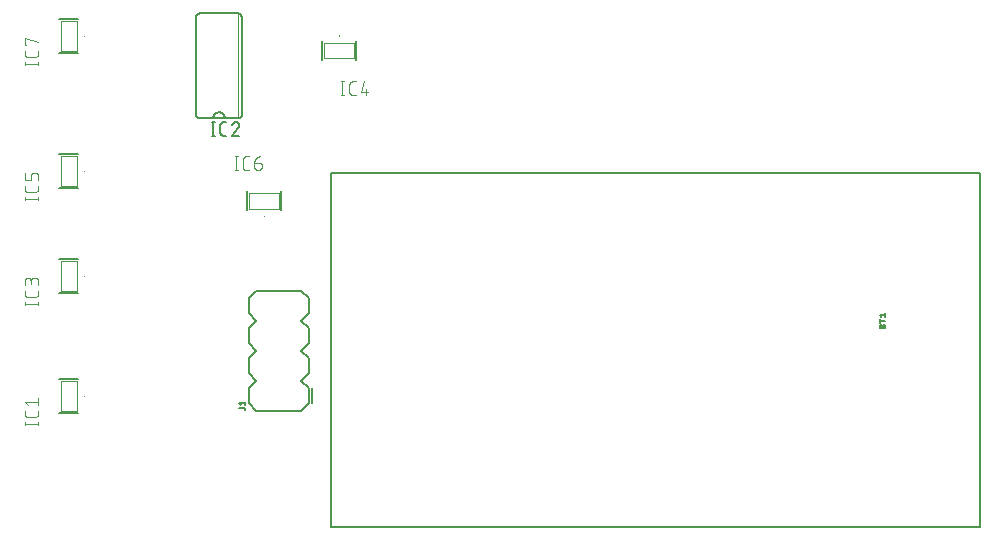
<source format=gbr>
G04 EAGLE Gerber RS-274X export*
G75*
%MOMM*%
%FSLAX34Y34*%
%LPD*%
%INSilkscreen Top*%
%IPPOS*%
%AMOC8*
5,1,8,0,0,1.08239X$1,22.5*%
G01*
%ADD10C,0.010000*%
%ADD11C,0.127000*%
%ADD12C,0.075000*%
%ADD13C,0.101600*%
%ADD14C,0.152400*%
%ADD15C,0.050800*%
%ADD16C,0.203200*%


D10*
X76400Y457200D02*
X76500Y457200D01*
D11*
X71500Y471400D02*
X55500Y471400D01*
X55500Y443000D02*
X71500Y443000D01*
D12*
X57000Y444500D02*
X57000Y470000D01*
X70100Y470000D01*
X70100Y444500D01*
X57000Y444500D01*
D13*
X37592Y433606D02*
X25908Y433606D01*
X37592Y432308D02*
X37592Y434904D01*
X25908Y434904D02*
X25908Y432308D01*
X37592Y442068D02*
X37592Y444664D01*
X37592Y442068D02*
X37590Y441969D01*
X37584Y441869D01*
X37575Y441770D01*
X37562Y441672D01*
X37545Y441574D01*
X37524Y441476D01*
X37499Y441380D01*
X37471Y441285D01*
X37439Y441191D01*
X37404Y441098D01*
X37365Y441006D01*
X37322Y440916D01*
X37277Y440828D01*
X37227Y440741D01*
X37175Y440657D01*
X37119Y440574D01*
X37061Y440494D01*
X36999Y440416D01*
X36934Y440341D01*
X36866Y440268D01*
X36796Y440198D01*
X36723Y440130D01*
X36648Y440065D01*
X36570Y440003D01*
X36490Y439945D01*
X36407Y439889D01*
X36323Y439837D01*
X36236Y439787D01*
X36148Y439742D01*
X36058Y439699D01*
X35966Y439660D01*
X35873Y439625D01*
X35779Y439593D01*
X35684Y439565D01*
X35588Y439540D01*
X35490Y439519D01*
X35392Y439502D01*
X35294Y439489D01*
X35195Y439480D01*
X35095Y439474D01*
X34996Y439472D01*
X34996Y439471D02*
X28504Y439471D01*
X28405Y439473D01*
X28305Y439479D01*
X28206Y439488D01*
X28108Y439501D01*
X28010Y439519D01*
X27912Y439539D01*
X27816Y439564D01*
X27720Y439592D01*
X27626Y439624D01*
X27533Y439659D01*
X27442Y439698D01*
X27352Y439741D01*
X27263Y439786D01*
X27177Y439836D01*
X27092Y439888D01*
X27010Y439944D01*
X26930Y440003D01*
X26852Y440064D01*
X26776Y440129D01*
X26703Y440197D01*
X26633Y440267D01*
X26565Y440340D01*
X26500Y440416D01*
X26439Y440494D01*
X26380Y440574D01*
X26324Y440656D01*
X26272Y440741D01*
X26223Y440827D01*
X26177Y440916D01*
X26134Y441006D01*
X26095Y441097D01*
X26060Y441190D01*
X26028Y441284D01*
X26000Y441380D01*
X25975Y441476D01*
X25955Y441574D01*
X25937Y441672D01*
X25924Y441770D01*
X25915Y441869D01*
X25909Y441968D01*
X25907Y442068D01*
X25908Y442068D02*
X25908Y444664D01*
X28504Y449030D02*
X25908Y452275D01*
X37592Y452275D01*
X37592Y449030D02*
X37592Y455521D01*
D14*
X170942Y695960D02*
X170942Y777240D01*
X206248Y781050D02*
X206370Y781048D01*
X206492Y781042D01*
X206614Y781032D01*
X206735Y781019D01*
X206856Y781001D01*
X206976Y780980D01*
X207096Y780954D01*
X207214Y780925D01*
X207332Y780893D01*
X207449Y780856D01*
X207564Y780816D01*
X207678Y780772D01*
X207790Y780724D01*
X207901Y780673D01*
X208010Y780618D01*
X208118Y780560D01*
X208223Y780498D01*
X208326Y780433D01*
X208428Y780365D01*
X208527Y780293D01*
X208623Y780219D01*
X208718Y780141D01*
X208809Y780060D01*
X208899Y779977D01*
X208985Y779891D01*
X209068Y779801D01*
X209149Y779710D01*
X209227Y779615D01*
X209301Y779519D01*
X209373Y779420D01*
X209441Y779318D01*
X209506Y779215D01*
X209568Y779110D01*
X209626Y779002D01*
X209681Y778893D01*
X209732Y778782D01*
X209780Y778670D01*
X209824Y778556D01*
X209864Y778441D01*
X209901Y778324D01*
X209933Y778206D01*
X209962Y778088D01*
X209988Y777968D01*
X210009Y777848D01*
X210027Y777727D01*
X210040Y777606D01*
X210050Y777484D01*
X210056Y777362D01*
X210058Y777240D01*
X170942Y695960D02*
X170944Y695838D01*
X170950Y695716D01*
X170960Y695594D01*
X170973Y695473D01*
X170991Y695352D01*
X171012Y695232D01*
X171038Y695112D01*
X171067Y694994D01*
X171099Y694876D01*
X171136Y694759D01*
X171176Y694644D01*
X171220Y694530D01*
X171268Y694418D01*
X171319Y694307D01*
X171374Y694198D01*
X171432Y694090D01*
X171494Y693985D01*
X171559Y693882D01*
X171627Y693780D01*
X171699Y693681D01*
X171773Y693585D01*
X171851Y693490D01*
X171932Y693399D01*
X172015Y693309D01*
X172101Y693223D01*
X172191Y693140D01*
X172282Y693059D01*
X172377Y692981D01*
X172473Y692907D01*
X172572Y692835D01*
X172674Y692767D01*
X172777Y692702D01*
X172882Y692640D01*
X172990Y692582D01*
X173099Y692527D01*
X173210Y692476D01*
X173322Y692428D01*
X173436Y692384D01*
X173551Y692344D01*
X173668Y692307D01*
X173786Y692275D01*
X173904Y692246D01*
X174024Y692220D01*
X174144Y692199D01*
X174265Y692181D01*
X174386Y692168D01*
X174508Y692158D01*
X174630Y692152D01*
X174752Y692150D01*
X170942Y777240D02*
X170944Y777362D01*
X170950Y777484D01*
X170960Y777606D01*
X170973Y777727D01*
X170991Y777848D01*
X171012Y777968D01*
X171038Y778088D01*
X171067Y778206D01*
X171099Y778324D01*
X171136Y778441D01*
X171176Y778556D01*
X171220Y778670D01*
X171268Y778782D01*
X171319Y778893D01*
X171374Y779002D01*
X171432Y779110D01*
X171494Y779215D01*
X171559Y779318D01*
X171627Y779420D01*
X171699Y779519D01*
X171773Y779615D01*
X171851Y779710D01*
X171932Y779801D01*
X172015Y779891D01*
X172101Y779977D01*
X172191Y780060D01*
X172282Y780141D01*
X172377Y780219D01*
X172473Y780293D01*
X172572Y780365D01*
X172674Y780433D01*
X172777Y780498D01*
X172882Y780560D01*
X172990Y780618D01*
X173099Y780673D01*
X173210Y780724D01*
X173322Y780772D01*
X173436Y780816D01*
X173551Y780856D01*
X173668Y780893D01*
X173786Y780925D01*
X173904Y780954D01*
X174024Y780980D01*
X174144Y781001D01*
X174265Y781019D01*
X174386Y781032D01*
X174508Y781042D01*
X174630Y781048D01*
X174752Y781050D01*
X210058Y695960D02*
X210056Y695838D01*
X210050Y695716D01*
X210040Y695594D01*
X210027Y695473D01*
X210009Y695352D01*
X209988Y695232D01*
X209962Y695112D01*
X209933Y694994D01*
X209901Y694876D01*
X209864Y694759D01*
X209824Y694644D01*
X209780Y694530D01*
X209732Y694418D01*
X209681Y694307D01*
X209626Y694198D01*
X209568Y694090D01*
X209506Y693985D01*
X209441Y693882D01*
X209373Y693780D01*
X209301Y693681D01*
X209227Y693585D01*
X209149Y693490D01*
X209068Y693399D01*
X208985Y693309D01*
X208899Y693223D01*
X208809Y693140D01*
X208718Y693059D01*
X208623Y692981D01*
X208527Y692907D01*
X208428Y692835D01*
X208326Y692767D01*
X208223Y692702D01*
X208118Y692640D01*
X208010Y692582D01*
X207901Y692527D01*
X207790Y692476D01*
X207678Y692428D01*
X207564Y692384D01*
X207449Y692344D01*
X207332Y692307D01*
X207214Y692275D01*
X207096Y692246D01*
X206976Y692220D01*
X206856Y692199D01*
X206735Y692181D01*
X206614Y692168D01*
X206492Y692158D01*
X206370Y692152D01*
X206248Y692150D01*
X210058Y695960D02*
X210058Y777240D01*
X206248Y781050D02*
X174752Y781050D01*
X174752Y692150D02*
X185420Y692150D01*
X195580Y692150D01*
X206248Y692150D01*
X195580Y692150D02*
X195578Y692291D01*
X195572Y692432D01*
X195562Y692573D01*
X195549Y692714D01*
X195531Y692854D01*
X195509Y692993D01*
X195484Y693132D01*
X195455Y693271D01*
X195422Y693408D01*
X195385Y693544D01*
X195344Y693679D01*
X195300Y693814D01*
X195252Y693946D01*
X195200Y694078D01*
X195145Y694208D01*
X195086Y694336D01*
X195023Y694463D01*
X194957Y694587D01*
X194888Y694710D01*
X194815Y694831D01*
X194739Y694950D01*
X194659Y695067D01*
X194576Y695181D01*
X194491Y695294D01*
X194402Y695403D01*
X194310Y695511D01*
X194215Y695615D01*
X194117Y695717D01*
X194016Y695816D01*
X193913Y695913D01*
X193807Y696006D01*
X193699Y696096D01*
X193588Y696184D01*
X193475Y696268D01*
X193359Y696349D01*
X193241Y696427D01*
X193121Y696502D01*
X192999Y696573D01*
X192875Y696641D01*
X192749Y696705D01*
X192622Y696766D01*
X192493Y696823D01*
X192362Y696876D01*
X192230Y696926D01*
X192097Y696973D01*
X191962Y697015D01*
X191826Y697054D01*
X191689Y697089D01*
X191552Y697120D01*
X191413Y697147D01*
X191274Y697171D01*
X191134Y697190D01*
X190994Y697206D01*
X190853Y697218D01*
X190712Y697226D01*
X190571Y697230D01*
X190429Y697230D01*
X190288Y697226D01*
X190147Y697218D01*
X190006Y697206D01*
X189866Y697190D01*
X189726Y697171D01*
X189587Y697147D01*
X189448Y697120D01*
X189311Y697089D01*
X189174Y697054D01*
X189038Y697015D01*
X188903Y696973D01*
X188770Y696926D01*
X188638Y696876D01*
X188507Y696823D01*
X188378Y696766D01*
X188251Y696705D01*
X188125Y696641D01*
X188001Y696573D01*
X187879Y696502D01*
X187759Y696427D01*
X187641Y696349D01*
X187525Y696268D01*
X187412Y696184D01*
X187301Y696096D01*
X187193Y696006D01*
X187087Y695913D01*
X186984Y695816D01*
X186883Y695717D01*
X186785Y695615D01*
X186690Y695511D01*
X186598Y695403D01*
X186509Y695294D01*
X186424Y695181D01*
X186341Y695067D01*
X186261Y694950D01*
X186185Y694831D01*
X186112Y694710D01*
X186043Y694587D01*
X185977Y694463D01*
X185914Y694336D01*
X185855Y694208D01*
X185800Y694078D01*
X185748Y693946D01*
X185700Y693814D01*
X185656Y693679D01*
X185615Y693544D01*
X185578Y693408D01*
X185545Y693271D01*
X185516Y693132D01*
X185491Y692993D01*
X185469Y692854D01*
X185451Y692714D01*
X185438Y692573D01*
X185428Y692432D01*
X185422Y692291D01*
X185420Y692150D01*
D15*
X206502Y692150D02*
X206502Y781050D01*
D11*
X185801Y688975D02*
X185801Y677545D01*
X184531Y677545D02*
X187071Y677545D01*
X187071Y688975D02*
X184531Y688975D01*
X194273Y677545D02*
X196813Y677545D01*
X194273Y677545D02*
X194173Y677547D01*
X194074Y677553D01*
X193974Y677563D01*
X193876Y677576D01*
X193777Y677594D01*
X193680Y677615D01*
X193584Y677640D01*
X193488Y677669D01*
X193394Y677702D01*
X193301Y677738D01*
X193210Y677778D01*
X193120Y677822D01*
X193032Y677869D01*
X192946Y677919D01*
X192862Y677973D01*
X192780Y678030D01*
X192701Y678090D01*
X192623Y678154D01*
X192549Y678220D01*
X192477Y678289D01*
X192408Y678361D01*
X192342Y678435D01*
X192278Y678513D01*
X192218Y678592D01*
X192161Y678674D01*
X192107Y678758D01*
X192057Y678844D01*
X192010Y678932D01*
X191966Y679022D01*
X191926Y679113D01*
X191890Y679206D01*
X191857Y679300D01*
X191828Y679396D01*
X191803Y679492D01*
X191782Y679589D01*
X191764Y679688D01*
X191751Y679786D01*
X191741Y679886D01*
X191735Y679985D01*
X191733Y680085D01*
X191733Y686435D01*
X191735Y686535D01*
X191741Y686634D01*
X191751Y686734D01*
X191764Y686832D01*
X191782Y686931D01*
X191803Y687028D01*
X191828Y687124D01*
X191857Y687220D01*
X191890Y687314D01*
X191926Y687407D01*
X191966Y687498D01*
X192010Y687588D01*
X192057Y687676D01*
X192107Y687762D01*
X192161Y687846D01*
X192218Y687928D01*
X192278Y688007D01*
X192342Y688085D01*
X192408Y688159D01*
X192477Y688231D01*
X192549Y688300D01*
X192623Y688366D01*
X192701Y688430D01*
X192780Y688490D01*
X192862Y688547D01*
X192946Y688601D01*
X193032Y688651D01*
X193120Y688698D01*
X193210Y688742D01*
X193301Y688782D01*
X193394Y688818D01*
X193488Y688851D01*
X193584Y688880D01*
X193680Y688905D01*
X193777Y688926D01*
X193876Y688944D01*
X193974Y688957D01*
X194074Y688967D01*
X194173Y688973D01*
X194273Y688975D01*
X196813Y688975D01*
X204788Y688976D02*
X204892Y688974D01*
X204997Y688968D01*
X205101Y688959D01*
X205204Y688946D01*
X205307Y688928D01*
X205409Y688908D01*
X205511Y688883D01*
X205611Y688855D01*
X205711Y688823D01*
X205809Y688787D01*
X205906Y688748D01*
X206001Y688706D01*
X206095Y688660D01*
X206187Y688610D01*
X206277Y688558D01*
X206365Y688502D01*
X206451Y688442D01*
X206535Y688380D01*
X206616Y688315D01*
X206695Y688247D01*
X206772Y688175D01*
X206845Y688102D01*
X206917Y688025D01*
X206985Y687946D01*
X207050Y687865D01*
X207112Y687781D01*
X207172Y687695D01*
X207228Y687607D01*
X207280Y687517D01*
X207330Y687425D01*
X207376Y687331D01*
X207418Y687236D01*
X207457Y687139D01*
X207493Y687041D01*
X207525Y686941D01*
X207553Y686841D01*
X207578Y686739D01*
X207598Y686637D01*
X207616Y686534D01*
X207629Y686431D01*
X207638Y686327D01*
X207644Y686222D01*
X207646Y686118D01*
X204788Y688975D02*
X204670Y688973D01*
X204551Y688967D01*
X204433Y688958D01*
X204316Y688945D01*
X204199Y688927D01*
X204082Y688907D01*
X203966Y688882D01*
X203851Y688854D01*
X203738Y688821D01*
X203625Y688786D01*
X203513Y688746D01*
X203403Y688704D01*
X203294Y688657D01*
X203186Y688607D01*
X203081Y688554D01*
X202977Y688497D01*
X202875Y688437D01*
X202775Y688374D01*
X202677Y688307D01*
X202581Y688238D01*
X202488Y688165D01*
X202397Y688089D01*
X202308Y688011D01*
X202222Y687929D01*
X202139Y687845D01*
X202058Y687759D01*
X201981Y687669D01*
X201906Y687578D01*
X201834Y687484D01*
X201765Y687387D01*
X201700Y687289D01*
X201637Y687188D01*
X201578Y687085D01*
X201522Y686981D01*
X201470Y686875D01*
X201421Y686767D01*
X201376Y686658D01*
X201334Y686547D01*
X201296Y686435D01*
X206693Y683896D02*
X206769Y683971D01*
X206844Y684050D01*
X206915Y684131D01*
X206984Y684215D01*
X207049Y684301D01*
X207111Y684389D01*
X207171Y684479D01*
X207227Y684571D01*
X207280Y684666D01*
X207329Y684762D01*
X207375Y684860D01*
X207418Y684959D01*
X207457Y685060D01*
X207492Y685162D01*
X207524Y685265D01*
X207552Y685369D01*
X207577Y685474D01*
X207598Y685581D01*
X207615Y685687D01*
X207628Y685794D01*
X207637Y685902D01*
X207643Y686010D01*
X207645Y686118D01*
X206693Y683895D02*
X201295Y677545D01*
X207645Y677545D01*
D10*
X76500Y558800D02*
X76400Y558800D01*
D11*
X71500Y573000D02*
X55500Y573000D01*
X55500Y544600D02*
X71500Y544600D01*
D12*
X57000Y546100D02*
X57000Y571600D01*
X70100Y571600D01*
X70100Y546100D01*
X57000Y546100D01*
D13*
X37592Y535206D02*
X25908Y535206D01*
X37592Y533908D02*
X37592Y536504D01*
X25908Y536504D02*
X25908Y533908D01*
X37592Y543668D02*
X37592Y546264D01*
X37592Y543668D02*
X37590Y543569D01*
X37584Y543469D01*
X37575Y543370D01*
X37562Y543272D01*
X37545Y543174D01*
X37524Y543076D01*
X37499Y542980D01*
X37471Y542885D01*
X37439Y542791D01*
X37404Y542698D01*
X37365Y542606D01*
X37322Y542516D01*
X37277Y542428D01*
X37227Y542341D01*
X37175Y542257D01*
X37119Y542174D01*
X37061Y542094D01*
X36999Y542016D01*
X36934Y541941D01*
X36866Y541868D01*
X36796Y541798D01*
X36723Y541730D01*
X36648Y541665D01*
X36570Y541603D01*
X36490Y541545D01*
X36407Y541489D01*
X36323Y541437D01*
X36236Y541387D01*
X36148Y541342D01*
X36058Y541299D01*
X35966Y541260D01*
X35873Y541225D01*
X35779Y541193D01*
X35684Y541165D01*
X35588Y541140D01*
X35490Y541119D01*
X35392Y541102D01*
X35294Y541089D01*
X35195Y541080D01*
X35095Y541074D01*
X34996Y541072D01*
X34996Y541071D02*
X28504Y541071D01*
X28405Y541073D01*
X28305Y541079D01*
X28206Y541088D01*
X28108Y541101D01*
X28010Y541119D01*
X27912Y541139D01*
X27816Y541164D01*
X27720Y541192D01*
X27626Y541224D01*
X27533Y541259D01*
X27442Y541298D01*
X27352Y541341D01*
X27263Y541386D01*
X27177Y541436D01*
X27092Y541488D01*
X27010Y541544D01*
X26930Y541603D01*
X26852Y541664D01*
X26776Y541729D01*
X26703Y541797D01*
X26633Y541867D01*
X26565Y541940D01*
X26500Y542016D01*
X26439Y542094D01*
X26380Y542174D01*
X26324Y542256D01*
X26272Y542341D01*
X26223Y542427D01*
X26177Y542516D01*
X26134Y542606D01*
X26095Y542697D01*
X26060Y542790D01*
X26028Y542884D01*
X26000Y542980D01*
X25975Y543076D01*
X25955Y543174D01*
X25937Y543272D01*
X25924Y543370D01*
X25915Y543469D01*
X25909Y543568D01*
X25907Y543668D01*
X25908Y543668D02*
X25908Y546264D01*
X37592Y550630D02*
X37592Y553875D01*
X37590Y553988D01*
X37584Y554101D01*
X37574Y554214D01*
X37560Y554327D01*
X37543Y554439D01*
X37521Y554550D01*
X37496Y554660D01*
X37466Y554770D01*
X37433Y554878D01*
X37396Y554985D01*
X37356Y555091D01*
X37311Y555195D01*
X37263Y555298D01*
X37212Y555399D01*
X37157Y555498D01*
X37099Y555595D01*
X37037Y555690D01*
X36972Y555783D01*
X36904Y555873D01*
X36833Y555961D01*
X36758Y556047D01*
X36681Y556130D01*
X36601Y556210D01*
X36518Y556287D01*
X36432Y556362D01*
X36344Y556433D01*
X36254Y556501D01*
X36161Y556566D01*
X36066Y556628D01*
X35969Y556686D01*
X35870Y556741D01*
X35769Y556792D01*
X35666Y556840D01*
X35562Y556885D01*
X35456Y556925D01*
X35349Y556962D01*
X35241Y556995D01*
X35131Y557025D01*
X35021Y557050D01*
X34910Y557072D01*
X34798Y557089D01*
X34685Y557103D01*
X34572Y557113D01*
X34459Y557119D01*
X34346Y557121D01*
X34233Y557119D01*
X34120Y557113D01*
X34007Y557103D01*
X33894Y557089D01*
X33782Y557072D01*
X33671Y557050D01*
X33561Y557025D01*
X33451Y556995D01*
X33343Y556962D01*
X33236Y556925D01*
X33130Y556885D01*
X33026Y556840D01*
X32923Y556792D01*
X32822Y556741D01*
X32723Y556686D01*
X32626Y556628D01*
X32531Y556566D01*
X32438Y556501D01*
X32348Y556433D01*
X32260Y556362D01*
X32174Y556287D01*
X32091Y556210D01*
X32011Y556130D01*
X31934Y556047D01*
X31859Y555961D01*
X31788Y555873D01*
X31720Y555783D01*
X31655Y555690D01*
X31593Y555595D01*
X31535Y555498D01*
X31480Y555399D01*
X31429Y555298D01*
X31381Y555195D01*
X31336Y555091D01*
X31296Y554985D01*
X31259Y554878D01*
X31226Y554770D01*
X31196Y554660D01*
X31171Y554550D01*
X31149Y554439D01*
X31132Y554327D01*
X31118Y554214D01*
X31108Y554101D01*
X31102Y553988D01*
X31100Y553875D01*
X25908Y554524D02*
X25908Y550630D01*
X25908Y554524D02*
X25910Y554625D01*
X25916Y554725D01*
X25926Y554825D01*
X25939Y554925D01*
X25957Y555024D01*
X25978Y555123D01*
X26003Y555220D01*
X26032Y555317D01*
X26065Y555412D01*
X26101Y555506D01*
X26141Y555598D01*
X26184Y555689D01*
X26231Y555778D01*
X26281Y555865D01*
X26335Y555951D01*
X26392Y556034D01*
X26452Y556114D01*
X26515Y556193D01*
X26582Y556269D01*
X26651Y556342D01*
X26723Y556412D01*
X26797Y556480D01*
X26874Y556545D01*
X26954Y556606D01*
X27036Y556665D01*
X27120Y556720D01*
X27206Y556772D01*
X27294Y556821D01*
X27384Y556866D01*
X27476Y556908D01*
X27569Y556946D01*
X27664Y556980D01*
X27759Y557011D01*
X27856Y557038D01*
X27954Y557061D01*
X28053Y557081D01*
X28153Y557096D01*
X28253Y557108D01*
X28353Y557116D01*
X28454Y557120D01*
X28554Y557120D01*
X28655Y557116D01*
X28755Y557108D01*
X28855Y557096D01*
X28955Y557081D01*
X29054Y557061D01*
X29152Y557038D01*
X29249Y557011D01*
X29344Y556980D01*
X29439Y556946D01*
X29532Y556908D01*
X29624Y556866D01*
X29714Y556821D01*
X29802Y556772D01*
X29888Y556720D01*
X29972Y556665D01*
X30054Y556606D01*
X30134Y556545D01*
X30211Y556480D01*
X30285Y556412D01*
X30357Y556342D01*
X30426Y556269D01*
X30493Y556193D01*
X30556Y556114D01*
X30616Y556034D01*
X30673Y555951D01*
X30727Y555865D01*
X30777Y555778D01*
X30824Y555689D01*
X30867Y555598D01*
X30907Y555506D01*
X30943Y555412D01*
X30976Y555317D01*
X31005Y555220D01*
X31030Y555123D01*
X31051Y555024D01*
X31069Y554925D01*
X31082Y554825D01*
X31092Y554725D01*
X31098Y554625D01*
X31100Y554524D01*
X31101Y554524D02*
X31101Y551928D01*
D10*
X292100Y762200D02*
X292100Y762300D01*
D11*
X277900Y757300D02*
X277900Y741300D01*
X306300Y741300D02*
X306300Y757300D01*
D12*
X304800Y742800D02*
X279300Y742800D01*
X279300Y755900D01*
X304800Y755900D01*
X304800Y742800D01*
D13*
X295077Y723392D02*
X295077Y711708D01*
X293779Y711708D02*
X296376Y711708D01*
X296376Y723392D02*
X293779Y723392D01*
X303539Y711708D02*
X306136Y711708D01*
X303539Y711708D02*
X303440Y711710D01*
X303340Y711716D01*
X303241Y711725D01*
X303143Y711738D01*
X303045Y711755D01*
X302947Y711776D01*
X302851Y711801D01*
X302756Y711829D01*
X302662Y711861D01*
X302569Y711896D01*
X302477Y711935D01*
X302387Y711978D01*
X302299Y712023D01*
X302212Y712073D01*
X302128Y712125D01*
X302045Y712181D01*
X301965Y712239D01*
X301887Y712301D01*
X301812Y712366D01*
X301739Y712434D01*
X301669Y712504D01*
X301601Y712577D01*
X301536Y712652D01*
X301474Y712730D01*
X301416Y712810D01*
X301360Y712893D01*
X301308Y712977D01*
X301258Y713064D01*
X301213Y713152D01*
X301170Y713242D01*
X301131Y713334D01*
X301096Y713427D01*
X301064Y713521D01*
X301036Y713616D01*
X301011Y713712D01*
X300990Y713810D01*
X300973Y713908D01*
X300960Y714006D01*
X300951Y714105D01*
X300945Y714205D01*
X300943Y714304D01*
X300943Y720796D01*
X300945Y720895D01*
X300951Y720995D01*
X300960Y721094D01*
X300973Y721192D01*
X300990Y721290D01*
X301011Y721388D01*
X301036Y721484D01*
X301064Y721579D01*
X301096Y721673D01*
X301131Y721766D01*
X301170Y721858D01*
X301213Y721948D01*
X301258Y722036D01*
X301308Y722123D01*
X301360Y722207D01*
X301416Y722290D01*
X301474Y722370D01*
X301536Y722448D01*
X301601Y722523D01*
X301669Y722596D01*
X301739Y722666D01*
X301812Y722734D01*
X301887Y722799D01*
X301965Y722861D01*
X302045Y722919D01*
X302128Y722975D01*
X302212Y723027D01*
X302299Y723077D01*
X302387Y723122D01*
X302477Y723165D01*
X302569Y723204D01*
X302661Y723239D01*
X302756Y723271D01*
X302851Y723299D01*
X302947Y723324D01*
X303045Y723345D01*
X303143Y723362D01*
X303241Y723375D01*
X303340Y723384D01*
X303440Y723390D01*
X303539Y723392D01*
X306136Y723392D01*
X313097Y723392D02*
X310501Y714304D01*
X316992Y714304D01*
X315045Y716901D02*
X315045Y711708D01*
D10*
X76500Y647700D02*
X76400Y647700D01*
D11*
X71500Y661900D02*
X55500Y661900D01*
X55500Y633500D02*
X71500Y633500D01*
D12*
X57000Y635000D02*
X57000Y660500D01*
X70100Y660500D01*
X70100Y635000D01*
X57000Y635000D01*
D13*
X37592Y624106D02*
X25908Y624106D01*
X37592Y622808D02*
X37592Y625404D01*
X25908Y625404D02*
X25908Y622808D01*
X37592Y632568D02*
X37592Y635164D01*
X37592Y632568D02*
X37590Y632469D01*
X37584Y632369D01*
X37575Y632270D01*
X37562Y632172D01*
X37545Y632074D01*
X37524Y631976D01*
X37499Y631880D01*
X37471Y631785D01*
X37439Y631691D01*
X37404Y631598D01*
X37365Y631506D01*
X37322Y631416D01*
X37277Y631328D01*
X37227Y631241D01*
X37175Y631157D01*
X37119Y631074D01*
X37061Y630994D01*
X36999Y630916D01*
X36934Y630841D01*
X36866Y630768D01*
X36796Y630698D01*
X36723Y630630D01*
X36648Y630565D01*
X36570Y630503D01*
X36490Y630445D01*
X36407Y630389D01*
X36323Y630337D01*
X36236Y630287D01*
X36148Y630242D01*
X36058Y630199D01*
X35966Y630160D01*
X35873Y630125D01*
X35779Y630093D01*
X35684Y630065D01*
X35588Y630040D01*
X35490Y630019D01*
X35392Y630002D01*
X35294Y629989D01*
X35195Y629980D01*
X35095Y629974D01*
X34996Y629972D01*
X34996Y629971D02*
X28504Y629971D01*
X28405Y629973D01*
X28305Y629979D01*
X28206Y629988D01*
X28108Y630001D01*
X28010Y630019D01*
X27912Y630039D01*
X27816Y630064D01*
X27720Y630092D01*
X27626Y630124D01*
X27533Y630159D01*
X27442Y630198D01*
X27352Y630241D01*
X27263Y630286D01*
X27177Y630336D01*
X27092Y630388D01*
X27010Y630444D01*
X26930Y630503D01*
X26852Y630564D01*
X26776Y630629D01*
X26703Y630697D01*
X26633Y630767D01*
X26565Y630840D01*
X26500Y630916D01*
X26439Y630994D01*
X26380Y631074D01*
X26324Y631156D01*
X26272Y631241D01*
X26223Y631327D01*
X26177Y631416D01*
X26134Y631506D01*
X26095Y631597D01*
X26060Y631690D01*
X26028Y631784D01*
X26000Y631880D01*
X25975Y631976D01*
X25955Y632074D01*
X25937Y632172D01*
X25924Y632270D01*
X25915Y632369D01*
X25909Y632468D01*
X25907Y632568D01*
X25908Y632568D02*
X25908Y635164D01*
X37592Y639530D02*
X37592Y643424D01*
X37590Y643523D01*
X37584Y643623D01*
X37575Y643722D01*
X37562Y643820D01*
X37545Y643918D01*
X37524Y644016D01*
X37499Y644112D01*
X37471Y644207D01*
X37439Y644301D01*
X37404Y644394D01*
X37365Y644486D01*
X37322Y644576D01*
X37277Y644664D01*
X37227Y644751D01*
X37175Y644835D01*
X37119Y644918D01*
X37061Y644998D01*
X36999Y645076D01*
X36934Y645151D01*
X36866Y645224D01*
X36796Y645294D01*
X36723Y645362D01*
X36648Y645427D01*
X36570Y645489D01*
X36490Y645547D01*
X36407Y645603D01*
X36323Y645655D01*
X36236Y645705D01*
X36148Y645750D01*
X36058Y645793D01*
X35966Y645832D01*
X35873Y645867D01*
X35779Y645899D01*
X35684Y645927D01*
X35588Y645952D01*
X35490Y645973D01*
X35392Y645990D01*
X35294Y646003D01*
X35195Y646012D01*
X35095Y646018D01*
X34996Y646020D01*
X34996Y646021D02*
X33697Y646021D01*
X33697Y646020D02*
X33598Y646018D01*
X33498Y646012D01*
X33399Y646003D01*
X33301Y645990D01*
X33203Y645973D01*
X33105Y645952D01*
X33009Y645927D01*
X32914Y645899D01*
X32820Y645867D01*
X32727Y645832D01*
X32635Y645793D01*
X32545Y645750D01*
X32457Y645705D01*
X32370Y645655D01*
X32286Y645603D01*
X32203Y645547D01*
X32123Y645489D01*
X32045Y645427D01*
X31970Y645362D01*
X31897Y645294D01*
X31827Y645224D01*
X31759Y645151D01*
X31694Y645076D01*
X31632Y644998D01*
X31574Y644918D01*
X31518Y644835D01*
X31466Y644751D01*
X31416Y644664D01*
X31371Y644576D01*
X31328Y644486D01*
X31289Y644394D01*
X31254Y644301D01*
X31222Y644207D01*
X31194Y644112D01*
X31169Y644016D01*
X31148Y643918D01*
X31131Y643820D01*
X31118Y643722D01*
X31109Y643623D01*
X31103Y643523D01*
X31101Y643424D01*
X31101Y639530D01*
X25908Y639530D01*
X25908Y646021D01*
D10*
X228600Y609400D02*
X228600Y609300D01*
D11*
X242800Y614300D02*
X242800Y630300D01*
X214400Y630300D02*
X214400Y614300D01*
D12*
X215900Y628800D02*
X241400Y628800D01*
X241400Y615700D01*
X215900Y615700D01*
X215900Y628800D01*
D13*
X205006Y648208D02*
X205006Y659892D01*
X203708Y648208D02*
X206304Y648208D01*
X206304Y659892D02*
X203708Y659892D01*
X213468Y648208D02*
X216064Y648208D01*
X213468Y648208D02*
X213369Y648210D01*
X213269Y648216D01*
X213170Y648225D01*
X213072Y648238D01*
X212974Y648255D01*
X212876Y648276D01*
X212780Y648301D01*
X212685Y648329D01*
X212591Y648361D01*
X212498Y648396D01*
X212406Y648435D01*
X212316Y648478D01*
X212228Y648523D01*
X212141Y648573D01*
X212057Y648625D01*
X211974Y648681D01*
X211894Y648739D01*
X211816Y648801D01*
X211741Y648866D01*
X211668Y648934D01*
X211598Y649004D01*
X211530Y649077D01*
X211465Y649152D01*
X211403Y649230D01*
X211345Y649310D01*
X211289Y649393D01*
X211237Y649477D01*
X211187Y649564D01*
X211142Y649652D01*
X211099Y649742D01*
X211060Y649834D01*
X211025Y649927D01*
X210993Y650021D01*
X210965Y650116D01*
X210940Y650212D01*
X210919Y650310D01*
X210902Y650408D01*
X210889Y650506D01*
X210880Y650605D01*
X210874Y650705D01*
X210872Y650804D01*
X210871Y650804D02*
X210871Y657296D01*
X210872Y657296D02*
X210874Y657395D01*
X210880Y657495D01*
X210889Y657594D01*
X210902Y657692D01*
X210919Y657790D01*
X210940Y657888D01*
X210965Y657984D01*
X210993Y658079D01*
X211025Y658173D01*
X211060Y658266D01*
X211099Y658358D01*
X211142Y658448D01*
X211187Y658536D01*
X211237Y658623D01*
X211289Y658707D01*
X211345Y658790D01*
X211403Y658870D01*
X211465Y658948D01*
X211530Y659023D01*
X211598Y659096D01*
X211668Y659166D01*
X211741Y659234D01*
X211816Y659299D01*
X211894Y659361D01*
X211974Y659419D01*
X212057Y659475D01*
X212141Y659527D01*
X212228Y659577D01*
X212316Y659622D01*
X212406Y659665D01*
X212498Y659704D01*
X212590Y659739D01*
X212685Y659771D01*
X212780Y659799D01*
X212876Y659824D01*
X212974Y659845D01*
X213072Y659862D01*
X213170Y659875D01*
X213269Y659884D01*
X213369Y659890D01*
X213468Y659892D01*
X216064Y659892D01*
X220430Y654699D02*
X224324Y654699D01*
X224423Y654697D01*
X224523Y654691D01*
X224622Y654682D01*
X224720Y654669D01*
X224818Y654652D01*
X224916Y654631D01*
X225012Y654606D01*
X225107Y654578D01*
X225201Y654546D01*
X225294Y654511D01*
X225386Y654472D01*
X225476Y654429D01*
X225564Y654384D01*
X225651Y654334D01*
X225735Y654282D01*
X225818Y654226D01*
X225898Y654168D01*
X225976Y654106D01*
X226051Y654041D01*
X226124Y653973D01*
X226194Y653903D01*
X226262Y653830D01*
X226327Y653755D01*
X226389Y653677D01*
X226447Y653597D01*
X226503Y653514D01*
X226555Y653430D01*
X226605Y653343D01*
X226650Y653255D01*
X226693Y653165D01*
X226732Y653073D01*
X226767Y652980D01*
X226799Y652886D01*
X226827Y652791D01*
X226852Y652695D01*
X226873Y652597D01*
X226890Y652499D01*
X226903Y652401D01*
X226912Y652302D01*
X226918Y652202D01*
X226920Y652103D01*
X226921Y652103D02*
X226921Y651454D01*
X226919Y651341D01*
X226913Y651228D01*
X226903Y651115D01*
X226889Y651002D01*
X226872Y650890D01*
X226850Y650779D01*
X226825Y650669D01*
X226795Y650559D01*
X226762Y650451D01*
X226725Y650344D01*
X226685Y650238D01*
X226640Y650134D01*
X226592Y650031D01*
X226541Y649930D01*
X226486Y649831D01*
X226428Y649734D01*
X226366Y649639D01*
X226301Y649546D01*
X226233Y649456D01*
X226162Y649368D01*
X226087Y649282D01*
X226010Y649199D01*
X225930Y649119D01*
X225847Y649042D01*
X225761Y648967D01*
X225673Y648896D01*
X225583Y648828D01*
X225490Y648763D01*
X225395Y648701D01*
X225298Y648643D01*
X225199Y648588D01*
X225098Y648537D01*
X224995Y648489D01*
X224891Y648444D01*
X224785Y648404D01*
X224678Y648367D01*
X224570Y648334D01*
X224460Y648304D01*
X224350Y648279D01*
X224239Y648257D01*
X224127Y648240D01*
X224014Y648226D01*
X223901Y648216D01*
X223788Y648210D01*
X223675Y648208D01*
X223562Y648210D01*
X223449Y648216D01*
X223336Y648226D01*
X223223Y648240D01*
X223111Y648257D01*
X223000Y648279D01*
X222890Y648304D01*
X222780Y648334D01*
X222672Y648367D01*
X222565Y648404D01*
X222459Y648444D01*
X222355Y648489D01*
X222252Y648537D01*
X222151Y648588D01*
X222052Y648643D01*
X221955Y648701D01*
X221860Y648763D01*
X221767Y648828D01*
X221677Y648896D01*
X221589Y648967D01*
X221503Y649042D01*
X221420Y649119D01*
X221340Y649199D01*
X221263Y649282D01*
X221188Y649368D01*
X221117Y649456D01*
X221049Y649546D01*
X220984Y649639D01*
X220922Y649734D01*
X220864Y649831D01*
X220809Y649930D01*
X220758Y650031D01*
X220710Y650134D01*
X220665Y650238D01*
X220625Y650344D01*
X220588Y650451D01*
X220555Y650559D01*
X220525Y650669D01*
X220500Y650779D01*
X220478Y650890D01*
X220461Y651002D01*
X220447Y651115D01*
X220437Y651228D01*
X220431Y651341D01*
X220429Y651454D01*
X220430Y651454D02*
X220430Y654699D01*
X220432Y654842D01*
X220438Y654985D01*
X220448Y655128D01*
X220462Y655270D01*
X220479Y655412D01*
X220501Y655554D01*
X220526Y655695D01*
X220556Y655835D01*
X220589Y655974D01*
X220626Y656112D01*
X220667Y656249D01*
X220711Y656385D01*
X220760Y656520D01*
X220812Y656653D01*
X220867Y656785D01*
X220927Y656915D01*
X220990Y657044D01*
X221056Y657171D01*
X221126Y657295D01*
X221199Y657418D01*
X221276Y657539D01*
X221356Y657658D01*
X221439Y657774D01*
X221525Y657889D01*
X221614Y658000D01*
X221707Y658110D01*
X221802Y658216D01*
X221901Y658320D01*
X222002Y658421D01*
X222106Y658520D01*
X222212Y658615D01*
X222322Y658708D01*
X222433Y658797D01*
X222548Y658883D01*
X222664Y658966D01*
X222783Y659046D01*
X222904Y659123D01*
X223026Y659196D01*
X223151Y659266D01*
X223278Y659332D01*
X223407Y659395D01*
X223537Y659455D01*
X223669Y659510D01*
X223802Y659562D01*
X223937Y659611D01*
X224073Y659655D01*
X224210Y659696D01*
X224348Y659733D01*
X224487Y659766D01*
X224627Y659796D01*
X224768Y659821D01*
X224910Y659843D01*
X225052Y659860D01*
X225194Y659874D01*
X225337Y659884D01*
X225480Y659890D01*
X225623Y659892D01*
D10*
X76500Y762000D02*
X76400Y762000D01*
D11*
X71500Y776200D02*
X55500Y776200D01*
X55500Y747800D02*
X71500Y747800D01*
D12*
X57000Y749300D02*
X57000Y774800D01*
X70100Y774800D01*
X70100Y749300D01*
X57000Y749300D01*
D13*
X37592Y738406D02*
X25908Y738406D01*
X37592Y737108D02*
X37592Y739704D01*
X25908Y739704D02*
X25908Y737108D01*
X37592Y746868D02*
X37592Y749464D01*
X37592Y746868D02*
X37590Y746769D01*
X37584Y746669D01*
X37575Y746570D01*
X37562Y746472D01*
X37545Y746374D01*
X37524Y746276D01*
X37499Y746180D01*
X37471Y746085D01*
X37439Y745991D01*
X37404Y745898D01*
X37365Y745806D01*
X37322Y745716D01*
X37277Y745628D01*
X37227Y745541D01*
X37175Y745457D01*
X37119Y745374D01*
X37061Y745294D01*
X36999Y745216D01*
X36934Y745141D01*
X36866Y745068D01*
X36796Y744998D01*
X36723Y744930D01*
X36648Y744865D01*
X36570Y744803D01*
X36490Y744745D01*
X36407Y744689D01*
X36323Y744637D01*
X36236Y744587D01*
X36148Y744542D01*
X36058Y744499D01*
X35966Y744460D01*
X35873Y744425D01*
X35779Y744393D01*
X35684Y744365D01*
X35588Y744340D01*
X35490Y744319D01*
X35392Y744302D01*
X35294Y744289D01*
X35195Y744280D01*
X35095Y744274D01*
X34996Y744272D01*
X34996Y744271D02*
X28504Y744271D01*
X28405Y744273D01*
X28305Y744279D01*
X28206Y744288D01*
X28108Y744301D01*
X28010Y744319D01*
X27912Y744339D01*
X27816Y744364D01*
X27720Y744392D01*
X27626Y744424D01*
X27533Y744459D01*
X27442Y744498D01*
X27352Y744541D01*
X27263Y744586D01*
X27177Y744636D01*
X27092Y744688D01*
X27010Y744744D01*
X26930Y744803D01*
X26852Y744864D01*
X26776Y744929D01*
X26703Y744997D01*
X26633Y745067D01*
X26565Y745140D01*
X26500Y745216D01*
X26439Y745294D01*
X26380Y745374D01*
X26324Y745456D01*
X26272Y745541D01*
X26223Y745627D01*
X26177Y745716D01*
X26134Y745806D01*
X26095Y745897D01*
X26060Y745990D01*
X26028Y746084D01*
X26000Y746180D01*
X25975Y746276D01*
X25955Y746374D01*
X25937Y746472D01*
X25924Y746570D01*
X25915Y746669D01*
X25909Y746768D01*
X25907Y746868D01*
X25908Y746868D02*
X25908Y749464D01*
X25908Y753830D02*
X27206Y753830D01*
X25908Y753830D02*
X25908Y760321D01*
X37592Y757075D01*
D16*
X285496Y346202D02*
X834898Y346202D01*
X285496Y346202D02*
X285496Y645922D01*
X834898Y645922D01*
X834898Y346202D01*
D11*
X752080Y514404D02*
X752080Y515744D01*
X752079Y515744D02*
X752081Y515815D01*
X752087Y515887D01*
X752096Y515957D01*
X752109Y516027D01*
X752126Y516097D01*
X752147Y516165D01*
X752171Y516232D01*
X752199Y516298D01*
X752230Y516362D01*
X752265Y516425D01*
X752303Y516485D01*
X752344Y516544D01*
X752388Y516600D01*
X752435Y516654D01*
X752484Y516705D01*
X752537Y516753D01*
X752592Y516799D01*
X752649Y516841D01*
X752709Y516881D01*
X752770Y516917D01*
X752834Y516950D01*
X752899Y516979D01*
X752965Y517005D01*
X753033Y517028D01*
X753102Y517047D01*
X753172Y517062D01*
X753242Y517073D01*
X753313Y517081D01*
X753384Y517085D01*
X753456Y517085D01*
X753527Y517081D01*
X753598Y517073D01*
X753668Y517062D01*
X753738Y517047D01*
X753807Y517028D01*
X753875Y517005D01*
X753941Y516979D01*
X754006Y516950D01*
X754070Y516917D01*
X754131Y516881D01*
X754191Y516841D01*
X754248Y516799D01*
X754303Y516753D01*
X754356Y516705D01*
X754405Y516654D01*
X754452Y516600D01*
X754496Y516544D01*
X754537Y516485D01*
X754575Y516425D01*
X754610Y516362D01*
X754641Y516298D01*
X754669Y516232D01*
X754693Y516165D01*
X754714Y516097D01*
X754731Y516027D01*
X754744Y515957D01*
X754753Y515887D01*
X754759Y515815D01*
X754761Y515744D01*
X754761Y514404D01*
X749935Y514404D01*
X749935Y515744D01*
X749937Y515809D01*
X749943Y515873D01*
X749953Y515937D01*
X749966Y516001D01*
X749984Y516063D01*
X750005Y516124D01*
X750029Y516184D01*
X750058Y516242D01*
X750090Y516299D01*
X750125Y516353D01*
X750163Y516405D01*
X750205Y516455D01*
X750249Y516502D01*
X750296Y516546D01*
X750346Y516588D01*
X750398Y516626D01*
X750452Y516661D01*
X750509Y516693D01*
X750567Y516722D01*
X750627Y516746D01*
X750688Y516767D01*
X750750Y516785D01*
X750814Y516798D01*
X750878Y516808D01*
X750942Y516814D01*
X751007Y516816D01*
X751072Y516814D01*
X751136Y516808D01*
X751200Y516798D01*
X751264Y516785D01*
X751326Y516767D01*
X751387Y516746D01*
X751447Y516722D01*
X751505Y516693D01*
X751562Y516661D01*
X751616Y516626D01*
X751668Y516588D01*
X751718Y516546D01*
X751765Y516502D01*
X751809Y516455D01*
X751851Y516405D01*
X751889Y516353D01*
X751924Y516299D01*
X751956Y516242D01*
X751985Y516184D01*
X752009Y516124D01*
X752030Y516063D01*
X752048Y516001D01*
X752061Y515937D01*
X752071Y515873D01*
X752077Y515809D01*
X752079Y515744D01*
X749935Y520535D02*
X754761Y520535D01*
X749935Y519195D02*
X749935Y521876D01*
X751007Y524315D02*
X749935Y525656D01*
X754761Y525656D01*
X754761Y526996D02*
X754761Y524315D01*
D16*
X266700Y450850D02*
X260350Y444500D01*
X266700Y463550D02*
X260350Y469900D01*
X266700Y476250D01*
X266700Y488950D02*
X260350Y495300D01*
X266700Y501650D01*
X266700Y514350D02*
X260350Y520700D01*
X266700Y527050D01*
X266700Y539750D02*
X260350Y546100D01*
X260350Y444500D02*
X222250Y444500D01*
X215900Y450850D01*
X215900Y463550D01*
X222250Y469900D01*
X215900Y476250D01*
X215900Y488950D01*
X222250Y495300D01*
X215900Y501650D01*
X215900Y514350D01*
X222250Y520700D01*
X215900Y527050D01*
X215900Y539750D01*
X222250Y546100D01*
X260350Y546100D01*
X266700Y539750D02*
X266700Y527050D01*
X266700Y514350D02*
X266700Y501650D01*
X266700Y488950D02*
X266700Y476250D01*
X266700Y463550D02*
X266700Y450850D01*
X269240Y450850D02*
X269240Y463550D01*
X266700Y450850D02*
X260350Y444500D01*
X222250Y444500D01*
X215900Y450850D01*
D11*
X211653Y446744D02*
X207899Y446744D01*
X211653Y446743D02*
X211718Y446741D01*
X211782Y446735D01*
X211846Y446725D01*
X211910Y446712D01*
X211972Y446694D01*
X212033Y446673D01*
X212093Y446649D01*
X212151Y446620D01*
X212208Y446588D01*
X212262Y446553D01*
X212314Y446515D01*
X212364Y446473D01*
X212411Y446429D01*
X212455Y446382D01*
X212497Y446332D01*
X212535Y446280D01*
X212570Y446226D01*
X212602Y446169D01*
X212631Y446111D01*
X212655Y446051D01*
X212676Y445990D01*
X212694Y445928D01*
X212707Y445864D01*
X212717Y445800D01*
X212723Y445736D01*
X212725Y445671D01*
X212725Y445135D01*
X208971Y449692D02*
X207899Y451032D01*
X212725Y451032D01*
X212725Y449692D02*
X212725Y452373D01*
M02*

</source>
